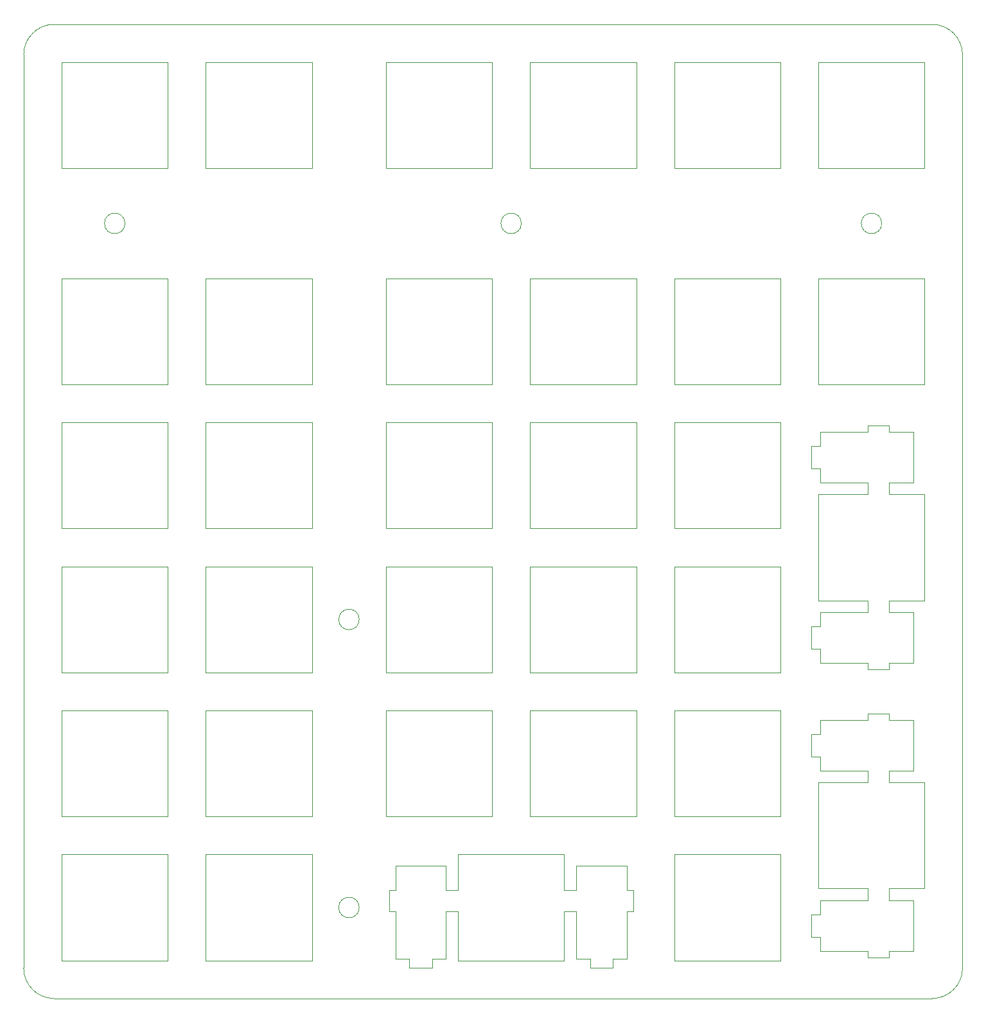
<source format=gbr>
%TF.GenerationSoftware,KiCad,Pcbnew,7.0.5-0*%
%TF.CreationDate,2023-08-05T16:24:15-05:00*%
%TF.ProjectId,Plate,506c6174-652e-46b6-9963-61645f706362,0*%
%TF.SameCoordinates,Original*%
%TF.FileFunction,Profile,NP*%
%FSLAX46Y46*%
G04 Gerber Fmt 4.6, Leading zero omitted, Abs format (unit mm)*
G04 Created by KiCad (PCBNEW 7.0.5-0) date 2023-08-05 16:24:15*
%MOMM*%
%LPD*%
G01*
G04 APERTURE LIST*
%TA.AperFunction,Profile*%
%ADD10C,0.050000*%
%TD*%
%ADD11C,0.050000*%
G04 APERTURE END LIST*
D10*
X198750000Y-32500000D02*
X83000000Y-32500000D01*
X202750000Y-36500000D02*
G75*
G03*
X198750000Y-32500000I-4000000J0D01*
G01*
X202750000Y-157000000D02*
X202750000Y-36500000D01*
X198750000Y-161000000D02*
G75*
G03*
X202750000Y-157000000I0J4000000D01*
G01*
X83000000Y-161000000D02*
X198750000Y-161000000D01*
X79000000Y-157000000D02*
G75*
G03*
X83000000Y-161000000I4000000J0D01*
G01*
X79000000Y-36500000D02*
X79000000Y-157000000D01*
X83000000Y-32500000D02*
G75*
G03*
X79000000Y-36500000I0J-4000000D01*
G01*
X178750000Y-66000000D02*
X178750000Y-80000000D01*
X164750000Y-66000000D02*
X178750000Y-66000000D01*
X164750000Y-80000000D02*
X164750000Y-66000000D01*
X178750000Y-80000000D02*
X164750000Y-80000000D01*
X126750000Y-85000000D02*
X140750000Y-85000000D01*
X126750000Y-99000000D02*
X126750000Y-85000000D01*
X140750000Y-99000000D02*
X126750000Y-99000000D01*
X140750000Y-85000000D02*
X140750000Y-99000000D01*
X84000000Y-137000000D02*
X84000000Y-123000000D01*
X98000000Y-137000000D02*
X84000000Y-137000000D01*
X98000000Y-123000000D02*
X98000000Y-137000000D01*
X84000000Y-123000000D02*
X98000000Y-123000000D01*
X178750000Y-85000000D02*
X178750000Y-99000000D01*
X164750000Y-85000000D02*
X178750000Y-85000000D01*
X164750000Y-99000000D02*
X164750000Y-85000000D01*
X178750000Y-99000000D02*
X164750000Y-99000000D01*
X183750000Y-51500000D02*
X183750000Y-37500000D01*
X197750000Y-51500000D02*
X183750000Y-51500000D01*
X197750000Y-37500000D02*
X197750000Y-51500000D01*
X183750000Y-37500000D02*
X197750000Y-37500000D01*
X126750000Y-137000000D02*
X126750000Y-123000000D01*
X140750000Y-137000000D02*
X126750000Y-137000000D01*
X140750000Y-123000000D02*
X140750000Y-137000000D01*
X126750000Y-123000000D02*
X140750000Y-123000000D01*
X84000000Y-156000000D02*
X84000000Y-142000000D01*
X98000000Y-156000000D02*
X84000000Y-156000000D01*
X98000000Y-142000000D02*
X98000000Y-156000000D01*
X84000000Y-142000000D02*
X98000000Y-142000000D01*
X159750000Y-123000000D02*
X159750000Y-137000000D01*
X145750000Y-123000000D02*
X159750000Y-123000000D01*
X145750000Y-137000000D02*
X145750000Y-123000000D01*
X159750000Y-137000000D02*
X145750000Y-137000000D01*
X140750000Y-118000000D02*
X126750000Y-118000000D01*
X140750000Y-104000000D02*
X140750000Y-118000000D01*
X126750000Y-104000000D02*
X140750000Y-104000000D01*
X126750000Y-118000000D02*
X126750000Y-104000000D01*
X140750000Y-80000000D02*
X126750000Y-80000000D01*
X140750000Y-66000000D02*
X140750000Y-80000000D01*
X126750000Y-66000000D02*
X140750000Y-66000000D01*
X126750000Y-80000000D02*
X126750000Y-66000000D01*
X103000000Y-137000000D02*
X103000000Y-123000000D01*
X117000000Y-137000000D02*
X103000000Y-137000000D01*
X117000000Y-123000000D02*
X117000000Y-137000000D01*
X103000000Y-123000000D02*
X117000000Y-123000000D01*
X117000000Y-66000000D02*
X117000000Y-80000000D01*
X103000000Y-66000000D02*
X117000000Y-66000000D01*
X103000000Y-80000000D02*
X103000000Y-66000000D01*
X117000000Y-80000000D02*
X103000000Y-80000000D01*
X117000000Y-104000000D02*
X117000000Y-118000000D01*
X103000000Y-104000000D02*
X117000000Y-104000000D01*
X103000000Y-118000000D02*
X103000000Y-104000000D01*
X117000000Y-118000000D02*
X103000000Y-118000000D01*
X164750000Y-104000000D02*
X178750000Y-104000000D01*
X164750000Y-118000000D02*
X164750000Y-104000000D01*
X178750000Y-118000000D02*
X164750000Y-118000000D01*
X178750000Y-104000000D02*
X178750000Y-118000000D01*
X145750000Y-66000000D02*
X159750000Y-66000000D01*
X145750000Y-80000000D02*
X145750000Y-66000000D01*
X159750000Y-80000000D02*
X145750000Y-80000000D01*
X159750000Y-66000000D02*
X159750000Y-80000000D01*
X103000000Y-85000000D02*
X117000000Y-85000000D01*
X103000000Y-99000000D02*
X103000000Y-85000000D01*
X117000000Y-99000000D02*
X103000000Y-99000000D01*
X117000000Y-85000000D02*
X117000000Y-99000000D01*
X84000000Y-85000000D02*
X98000000Y-85000000D01*
X84000000Y-99000000D02*
X84000000Y-85000000D01*
X98000000Y-99000000D02*
X84000000Y-99000000D01*
X98000000Y-85000000D02*
X98000000Y-99000000D01*
X140750000Y-51500000D02*
X126750000Y-51500000D01*
X140750000Y-37500000D02*
X140750000Y-51500000D01*
X126750000Y-37500000D02*
X140750000Y-37500000D01*
X126750000Y-51500000D02*
X126750000Y-37500000D01*
X98000000Y-118000000D02*
X84000000Y-118000000D01*
X98000000Y-104000000D02*
X98000000Y-118000000D01*
X84000000Y-104000000D02*
X98000000Y-104000000D01*
X84000000Y-118000000D02*
X84000000Y-104000000D01*
X98000000Y-80000000D02*
X84000000Y-80000000D01*
X98000000Y-66000000D02*
X98000000Y-80000000D01*
X84000000Y-66000000D02*
X98000000Y-66000000D01*
X84000000Y-80000000D02*
X84000000Y-66000000D01*
X159750000Y-99000000D02*
X145750000Y-99000000D01*
X159750000Y-85000000D02*
X159750000Y-99000000D01*
X145750000Y-85000000D02*
X159750000Y-85000000D01*
X145750000Y-99000000D02*
X145750000Y-85000000D01*
X117000000Y-37500000D02*
X117000000Y-51500000D01*
X103000000Y-37500000D02*
X117000000Y-37500000D01*
X103000000Y-51500000D02*
X103000000Y-37500000D01*
X117000000Y-51500000D02*
X103000000Y-51500000D01*
X196280000Y-86275000D02*
X196280000Y-92925000D01*
X193050000Y-86275000D02*
X196280000Y-86275000D01*
X193050000Y-85400000D02*
X193050000Y-86275000D01*
X190250000Y-85400000D02*
X193050000Y-85400000D01*
X190250000Y-86275000D02*
X190250000Y-85400000D01*
X183980000Y-86275000D02*
X190250000Y-86275000D01*
X183980000Y-88100000D02*
X183980000Y-86275000D01*
X182780000Y-88100000D02*
X183980000Y-88100000D01*
X182780000Y-91100000D02*
X182780000Y-88100000D01*
X183980000Y-91100000D02*
X182780000Y-91100000D01*
X183980000Y-92925000D02*
X183980000Y-91100000D01*
X190250000Y-92925000D02*
X183980000Y-92925000D01*
X190250000Y-94500000D02*
X190250000Y-92925000D01*
X183750000Y-94500000D02*
X190250000Y-94500000D01*
X183750000Y-108500000D02*
X183750000Y-94500000D01*
X190250000Y-108500000D02*
X183750000Y-108500000D01*
X190250000Y-110075000D02*
X190250000Y-108500000D01*
X183980000Y-110075000D02*
X190250000Y-110075000D01*
X183980000Y-111900000D02*
X183980000Y-110075000D01*
X182780000Y-111900000D02*
X183980000Y-111900000D01*
X182780000Y-114900000D02*
X182780000Y-111900000D01*
X183980000Y-114900000D02*
X182780000Y-114900000D01*
X183980000Y-116725000D02*
X183980000Y-114900000D01*
X190250000Y-116725000D02*
X183980000Y-116725000D01*
X190250000Y-117600000D02*
X190250000Y-116725000D01*
X193050000Y-117600000D02*
X190250000Y-117600000D01*
X193050000Y-116725000D02*
X193050000Y-117600000D01*
X196280000Y-116725000D02*
X193050000Y-116725000D01*
X196280000Y-110075000D02*
X196280000Y-116725000D01*
X193050000Y-110075000D02*
X196280000Y-110075000D01*
X193050000Y-108500000D02*
X193050000Y-110075000D01*
X197750000Y-108500000D02*
X193050000Y-108500000D01*
X197750000Y-94500000D02*
X197750000Y-108500000D01*
X193050000Y-94500000D02*
X197750000Y-94500000D01*
X193050000Y-92925000D02*
X193050000Y-94500000D01*
X196280000Y-92925000D02*
X193050000Y-92925000D01*
X178750000Y-123000000D02*
X178750000Y-137000000D01*
X164750000Y-123000000D02*
X178750000Y-123000000D01*
X164750000Y-137000000D02*
X164750000Y-123000000D01*
X178750000Y-137000000D02*
X164750000Y-137000000D01*
X98000000Y-37500000D02*
X98000000Y-51500000D01*
X84000000Y-37500000D02*
X98000000Y-37500000D01*
X84000000Y-51500000D02*
X84000000Y-37500000D01*
X98000000Y-51500000D02*
X84000000Y-51500000D01*
X164750000Y-51500000D02*
X164750000Y-37500000D01*
X178750000Y-51500000D02*
X164750000Y-51500000D01*
X178750000Y-37500000D02*
X178750000Y-51500000D01*
X164750000Y-37500000D02*
X178750000Y-37500000D01*
X103000000Y-156000000D02*
X103000000Y-142000000D01*
X117000000Y-156000000D02*
X103000000Y-156000000D01*
X117000000Y-142000000D02*
X117000000Y-156000000D01*
X103000000Y-142000000D02*
X117000000Y-142000000D01*
X145750000Y-51500000D02*
X145750000Y-37500000D01*
X159750000Y-51500000D02*
X145750000Y-51500000D01*
X159750000Y-37500000D02*
X159750000Y-51500000D01*
X145750000Y-37500000D02*
X159750000Y-37500000D01*
X159750000Y-118000000D02*
X145750000Y-118000000D01*
X159750000Y-104000000D02*
X159750000Y-118000000D01*
X145750000Y-104000000D02*
X159750000Y-104000000D01*
X145750000Y-118000000D02*
X145750000Y-104000000D01*
X129850000Y-155770000D02*
X128025000Y-155770000D01*
X129850000Y-156970000D02*
X129850000Y-155770000D01*
X132850000Y-156970000D02*
X129850000Y-156970000D01*
X132850000Y-155770000D02*
X132850000Y-156970000D01*
X134675000Y-155770000D02*
X132850000Y-155770000D01*
X134675000Y-149500000D02*
X134675000Y-155770000D01*
X136250000Y-149500000D02*
X134675000Y-149500000D01*
X136250000Y-156000000D02*
X136250000Y-149500000D01*
X150250000Y-156000000D02*
X136250000Y-156000000D01*
X150250000Y-149500000D02*
X150250000Y-156000000D01*
X151825000Y-149500000D02*
X150250000Y-149500000D01*
X151825000Y-155770000D02*
X151825000Y-149500000D01*
X153650000Y-155770000D02*
X151825000Y-155770000D01*
X153650000Y-156970000D02*
X153650000Y-155770000D01*
X156650000Y-156970000D02*
X153650000Y-156970000D01*
X156650000Y-155770000D02*
X156650000Y-156970000D01*
X158475000Y-155770000D02*
X156650000Y-155770000D01*
X158475000Y-149500000D02*
X158475000Y-155770000D01*
X159350000Y-149500000D02*
X158475000Y-149500000D01*
X159350000Y-146700000D02*
X159350000Y-149500000D01*
X158475000Y-146700000D02*
X159350000Y-146700000D01*
X158475000Y-143470000D02*
X158475000Y-146700000D01*
X151825000Y-143470000D02*
X158475000Y-143470000D01*
X151825000Y-146700000D02*
X151825000Y-143470000D01*
X150250000Y-146700000D02*
X151825000Y-146700000D01*
X150250000Y-142000000D02*
X150250000Y-146700000D01*
X136250000Y-142000000D02*
X150250000Y-142000000D01*
X136250000Y-146700000D02*
X136250000Y-142000000D01*
X134675000Y-146700000D02*
X136250000Y-146700000D01*
X134675000Y-143470000D02*
X134675000Y-146700000D01*
X128025000Y-143470000D02*
X134675000Y-143470000D01*
X128025000Y-146700000D02*
X128025000Y-143470000D01*
X127150000Y-146700000D02*
X128025000Y-146700000D01*
X127150000Y-149500000D02*
X127150000Y-146700000D01*
X128025000Y-149500000D02*
X127150000Y-149500000D01*
X128025000Y-155770000D02*
X128025000Y-149500000D01*
X197750000Y-80000000D02*
X183750000Y-80000000D01*
X197750000Y-66000000D02*
X197750000Y-80000000D01*
X183750000Y-66000000D02*
X197750000Y-66000000D01*
X183750000Y-80000000D02*
X183750000Y-66000000D01*
X178750000Y-156000000D02*
X164750000Y-156000000D01*
X178750000Y-142000000D02*
X178750000Y-156000000D01*
X164750000Y-142000000D02*
X178750000Y-142000000D01*
X164750000Y-156000000D02*
X164750000Y-142000000D01*
X190250000Y-132500000D02*
X190250000Y-130925000D01*
X183750000Y-132500000D02*
X190250000Y-132500000D01*
X183750000Y-146500000D02*
X183750000Y-132500000D01*
X190250000Y-146500000D02*
X183750000Y-146500000D01*
X190250000Y-148075000D02*
X190250000Y-146500000D01*
X183980000Y-148075000D02*
X190250000Y-148075000D01*
X183980000Y-149900000D02*
X183980000Y-148075000D01*
X182780000Y-149900000D02*
X183980000Y-149900000D01*
X182780000Y-152900000D02*
X182780000Y-149900000D01*
X183980000Y-152900000D02*
X182780000Y-152900000D01*
X183980000Y-154725000D02*
X183980000Y-152900000D01*
X190250000Y-154725000D02*
X183980000Y-154725000D01*
X190250000Y-155600000D02*
X190250000Y-154725000D01*
X193050000Y-155600000D02*
X190250000Y-155600000D01*
X193050000Y-154725000D02*
X193050000Y-155600000D01*
X196280000Y-154725000D02*
X193050000Y-154725000D01*
X196280000Y-148075000D02*
X196280000Y-154725000D01*
X193050000Y-148075000D02*
X196280000Y-148075000D01*
X193050000Y-146500000D02*
X193050000Y-148075000D01*
X197750000Y-146500000D02*
X193050000Y-146500000D01*
X197750000Y-132500000D02*
X197750000Y-146500000D01*
X193050000Y-132500000D02*
X197750000Y-132500000D01*
X193050000Y-130925000D02*
X193050000Y-132500000D01*
X196280000Y-130925000D02*
X193050000Y-130925000D01*
X196280000Y-124275000D02*
X196280000Y-130925000D01*
X193050000Y-124275000D02*
X196280000Y-124275000D01*
X193050000Y-123400000D02*
X193050000Y-124275000D01*
X190250000Y-123400000D02*
X193050000Y-123400000D01*
X190250000Y-124275000D02*
X190250000Y-123400000D01*
X183980000Y-124275000D02*
X190250000Y-124275000D01*
X183980000Y-126100000D02*
X183980000Y-124275000D01*
X182780000Y-126100000D02*
X183980000Y-126100000D01*
X182780000Y-129100000D02*
X182780000Y-126100000D01*
X183980000Y-129100000D02*
X182780000Y-129100000D01*
X183980000Y-130925000D02*
X183980000Y-129100000D01*
X190250000Y-130925000D02*
X183980000Y-130925000D01*
D11*
X123225000Y-149000000D02*
G75*
G03*
X123225000Y-149000000I-1350000J0D01*
G01*
X123225000Y-111000000D02*
G75*
G03*
X123225000Y-111000000I-1350000J0D01*
G01*
X192100000Y-58750000D02*
G75*
G03*
X192100000Y-58750000I-1350000J0D01*
G01*
X144600000Y-58750000D02*
G75*
G03*
X144600000Y-58750000I-1350000J0D01*
G01*
X92350000Y-58750000D02*
G75*
G03*
X92350000Y-58750000I-1350000J0D01*
G01*
M02*

</source>
